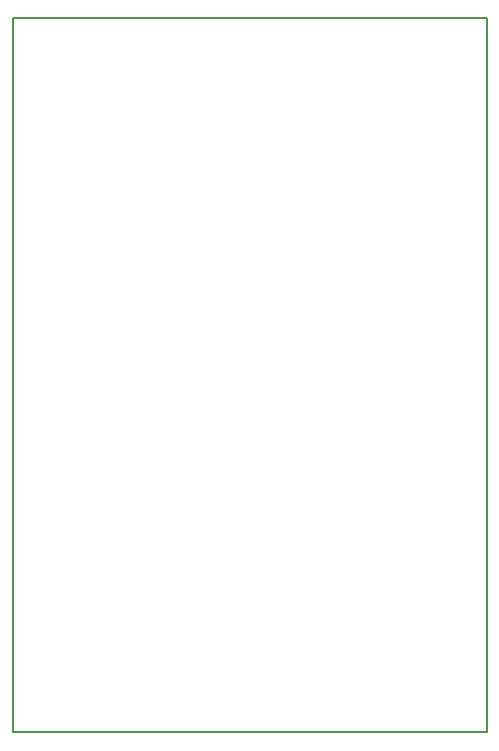
<source format=gbr>
%TF.GenerationSoftware,KiCad,Pcbnew,6.0.4-6f826c9f35~116~ubuntu20.04.1*%
%TF.CreationDate,2022-05-13T07:00:53+00:00*%
%TF.ProjectId,RFIQINT02B,52464951-494e-4543-9032-422e6b696361,REV*%
%TF.SameCoordinates,Original*%
%TF.FileFunction,Profile,NP*%
%FSLAX46Y46*%
G04 Gerber Fmt 4.6, Leading zero omitted, Abs format (unit mm)*
G04 Created by KiCad (PCBNEW 6.0.4-6f826c9f35~116~ubuntu20.04.1) date 2022-05-13 07:00:53*
%MOMM*%
%LPD*%
G01*
G04 APERTURE LIST*
%TA.AperFunction,Profile*%
%ADD10C,0.150000*%
%TD*%
G04 APERTURE END LIST*
D10*
X40386000Y60706000D02*
X254000Y60706000D01*
X40386000Y254000D02*
X40386000Y60706000D01*
X254000Y254000D02*
X254000Y60706000D01*
X254000Y254000D02*
X40386000Y254000D01*
M02*

</source>
